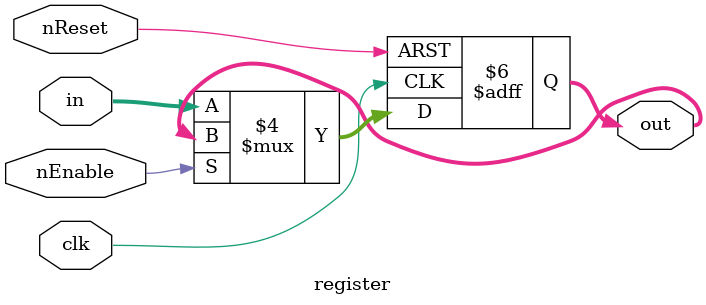
<source format=v>
`ifndef __register
`define __register

module register #(
    parameter WIDTH = 4
)(
    input wire [WIDTH-1:0] in,
    input wire clk,
    input wire nEnable,
    input wire nReset,
    output reg [WIDTH-1:0] out
);
    always @(posedge clk or negedge nReset) begin
        if (!nReset) begin
            out <= 4'b0;
        end else if (!nEnable) begin
            out <= in;
        end
    end
endmodule
`endif
</source>
